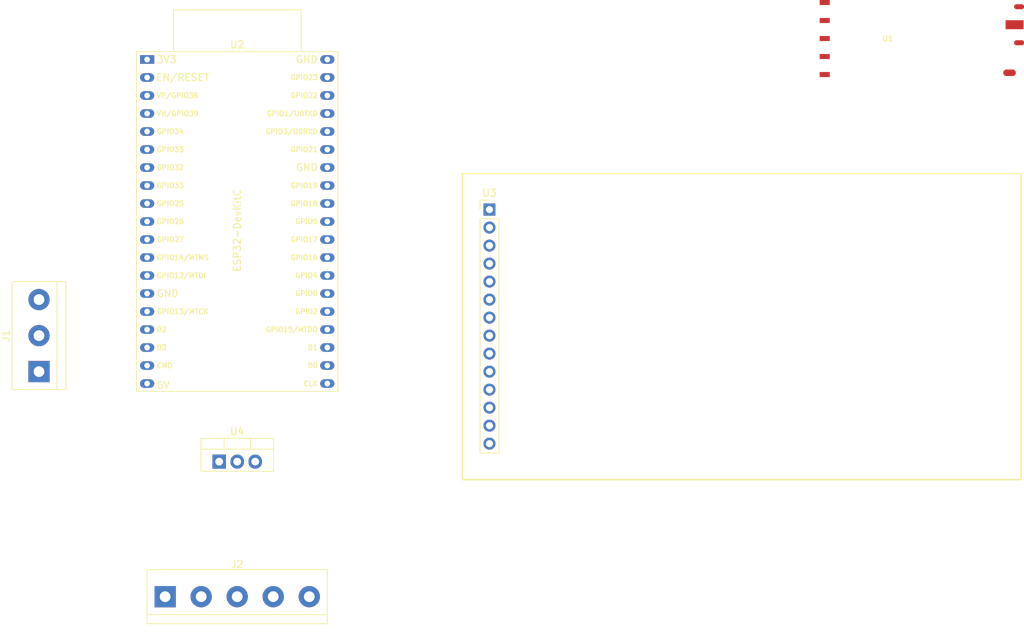
<source format=kicad_pcb>
(kicad_pcb (version 20221018) (generator pcbnew)
  (layers (0 "F.Cu" signal) (31 "B.Cu" signal) (34 "B.Paste" user) (35 "F.Paste" user) (36 "B.SilkS" user "B.Silkscreen") (37 "F.SilkS" user "F.Silkscreen") (38 "B.Mask" user) (39 "F.Mask" user) (44 "Edge.Cuts" user))
  (net 0 "")
  (net 1 "VCC")
  (net 9 "AI1")
  (net 10 "AI2")
  (net 14 "GND")
  (net 15 "Net-(U2-MTMS{slash}GPIO14{slash}ADC2_CH6)")
  (net 23 "Net-(U2-MTCK{slash}GPIO13{slash}ADC2_CH4)")
  (net 24 "SET")
  (net 25 "Net-(U2-GPIO16)")
  (net 26 "Net-(U2-GPIO17)")
  (net 27 "Net-(U2-ADC2_CH0{slash}GPIO4)")
  (net 28 "Net-(U2-GPIO5)")
  (net 29 "Net-(U2-GPIO18)")
  (net 30 "DI1")
  (net 31 "DI2")
  (net 32 "Net-(U2-GPIO19)")
  (net 34 "Net-(U2-GPIO23)")
  (net 37 "U0RXD")
  (net 38 "U0TXD")
  (net 39 "VIN")
  (net 40 "TOUCH1")
  (footprint "TerminalBlock:TerminalBlock_bornier-5_P5.08mm" (layer "F.Cu") (at 96.52 133.35)
    (fp_text reference "J2" (at 10.15 -4.55) (layer "F.SilkS"))
    (fp_text value "Screw_Terminal_01x05")
    (fp_line (start -2.54 -3.81) (end -2.54 3.81) (stroke (width 0.12)) (layer "F.SilkS"))
    (fp_line (start -2.54 -3.81) (end 22.86 -3.81) (stroke (width 0.12)) (layer "F.SilkS"))
    (fp_line (start -2.54 2.54) (end 22.86 2.54) (stroke (width 0.12)) (layer "F.SilkS"))
    (fp_line (start -2.54 3.81) (end 22.86 3.81) (stroke (width 0.12)) (layer "F.SilkS"))
    (fp_line (start 22.86 -3.81) (end 22.86 3.81) (stroke (width 0.12)) (layer "F.SilkS"))
    (pad "1" thru_hole rect (at 0 0) (size 3 3) (drill 1.52) (layers "*.Cu" "*.Mask") (net 1 "VCC"))
    (pad "2" thru_hole circle (at 5.08 0) (size 3 3) (drill 1.52) (layers "*.Cu" "*.Mask") (net 30 "DI1"))
    (pad "3" thru_hole circle (at 10.16 0) (size 3 3) (drill 1.52) (layers "*.Cu" "*.Mask") (net 31 "DI2"))
    (pad "4" thru_hole circle (at 15.24 0) (size 3 3) (drill 1.52) (layers "*.Cu" "*.Mask") (net 9 "AI1"))
    (pad "5" thru_hole circle (at 20.32 0) (size 3 3) (drill 1.52) (layers "*.Cu" "*.Mask") (net 10 "AI2"))
  )
  (footprint "Package_TO_SOT_THT:TO-220-3_Vertical" (layer "F.Cu") (at 104.14 114.3)
    (fp_text reference "U4" (at 2.54 -4.27) (layer "F.SilkS"))
    (fp_text value "LM7805_TO220")
    (fp_line (start -2.58 -3.27) (end -2.58 1.371) (stroke (width 0.12)) (layer "F.SilkS"))
    (fp_line (start -2.58 -3.27) (end 7.66 -3.27) (stroke (width 0.12)) (layer "F.SilkS"))
    (fp_line (start -2.58 -1.76) (end 7.66 -1.76) (stroke (width 0.12)) (layer "F.SilkS"))
    (fp_line (start -2.58 1.371) (end 7.66 1.371) (stroke (width 0.12)) (layer "F.SilkS"))
    (fp_line (start 0.69 -3.27) (end 0.69 -1.76) (stroke (width 0.12)) (layer "F.SilkS"))
    (fp_line (start 4.391 -3.27) (end 4.391 -1.76) (stroke (width 0.12)) (layer "F.SilkS"))
    (fp_line (start 7.66 -3.27) (end 7.66 1.371) (stroke (width 0.12)) (layer "F.SilkS"))
    (pad "1" thru_hole rect (at 0 0) (size 1.905 2) (drill 1.1) (layers "*.Cu" "*.Mask") (net 39 "VIN"))
    (pad "2" thru_hole oval (at 2.54 0) (size 1.905 2) (drill 1.1) (layers "*.Cu" "*.Mask") (net 14 "GND"))
    (pad "3" thru_hole oval (at 5.08 0) (size 1.905 2) (drill 1.1) (layers "*.Cu" "*.Mask") (net 1 "VCC"))
  )
  (footprint "TerminalBlock:TerminalBlock_bornier-3_P5.08mm" (layer "F.Cu") (at 78.74 101.6 90)
    (fp_text reference "J1" (at 5.05 -4.65 90) (layer "F.SilkS"))
    (fp_text value "Screw_Terminal_01x03")
    (fp_line (start -2.54 -3.81) (end 12.7 -3.81) (stroke (width 0.12)) (layer "F.SilkS"))
    (fp_line (start -2.54 2.54) (end 12.7 2.54) (stroke (width 0.12)) (layer "F.SilkS"))
    (fp_line (start -2.54 3.81) (end -2.54 -3.81) (stroke (width 0.12)) (layer "F.SilkS"))
    (fp_line (start -2.54 3.81) (end 12.7 3.81) (stroke (width 0.12)) (layer "F.SilkS"))
    (fp_line (start 12.7 3.81) (end 12.7 -3.81) (stroke (width 0.12)) (layer "F.SilkS"))
    (pad "1" thru_hole rect (at 0 0 90) (size 3 3) (drill 1.52) (layers "*.Cu" "*.Mask") (net 39 "VIN"))
    (pad "2" thru_hole circle (at 5.08 0 90) (size 3 3) (drill 1.52) (layers "*.Cu" "*.Mask") (net 14 "GND"))
    (pad "3" thru_hole circle (at 10.16 0 90) (size 3 3) (drill 1.52) (layers "*.Cu" "*.Mask"))
  )
  (footprint "RF:HC-12" (layer "F.Cu") (at 190.77 59.69)
    (fp_text reference "U1" (at 7.62 -5.08) (layer "F.SilkS") (effects (font (size 0.787402 0.787402))))
    (fp_text value "HC-12")
    (pad "ANT" smd rect (at 25.49 -7.03) (size 2.54 1.27) (layers "F.Cu" "F.Paste" "F.Mask"))
    (pad "GND" smd rect (at -1.27 -7.62) (size 1.4224 0.7112) (layers "F.Cu" "F.Paste" "F.Mask") (net 14 "GND"))
    (pad "GND1" smd oval (at 26.13 -9.57) (size 1.4224 0.7112) (layers "F.Cu" "F.Paste" "F.Mask") (net 14 "GND"))
    (pad "GND2" smd oval (at 26.13 -4.49) (size 1.4224 0.7112) (layers "F.Cu" "F.Paste" "F.Mask") (net 14 "GND"))
    (pad "MCHFIX" smd oval (at 24.78 -0.25) (size 1.778 0.9144) (layers "F.Cu" "F.Paste" "F.Mask") (net 14 "GND"))
    (pad "RXD" smd rect (at -1.27 -5.08) (size 1.4224 0.7112) (layers "F.Cu" "F.Paste" "F.Mask") (net 38 "U0TXD"))
    (pad "SET" smd rect (at -1.27 0) (size 1.4224 0.7112) (layers "F.Cu" "F.Paste" "F.Mask") (net 24 "SET"))
    (pad "TXD" smd rect (at -1.27 -2.54) (size 1.4224 0.7112) (layers "F.Cu" "F.Paste" "F.Mask") (net 37 "U0RXD"))
    (pad "VCC" smd rect (at -1.27 -10.16) (size 1.4224 0.7112) (layers "F.Cu" "F.Paste" "F.Mask") (net 1 "VCC"))
  )
  (footprint "PCM_Espressif:ESP32-DevKitC" (layer "F.Cu") (at 93.98 57.56656)
    (fp_text reference "U2" (at 12.7 -2.1) (layer "F.SilkS"))
    (fp_text value "ESP32-DevKitC" (at 12.7 24.13 90) (layer "F.SilkS"))
    (fp_text user "3V3" (at 1.27 0 unlocked) (layer "F.SilkS") (effects (justify left)))
    (fp_text user "GPIO19" (at 24.13 17.78 unlocked) (layer "F.SilkS") (effects (font (size 0.7 0.7)) (justify right)))
    (fp_text user "GPIO13/MTCK" (at 1.27 35.56 unlocked) (layer "F.SilkS") (effects (font (size 0.7 0.7)) (justify left)))
    (fp_text user "GND" (at 24.13 0 unlocked) (layer "F.SilkS") (effects (justify right)))
    (fp_text user "VP/GPIO36" (at 1.27 5.08 unlocked) (layer "F.SilkS") (effects (font (size 0.7 0.7)) (justify left)))
    (fp_text user "GPIO22" (at 24.13 5.08 unlocked) (layer "F.SilkS") (effects (font (size 0.7 0.7)) (justify right)))
    (fp_text user "CMD" (at 1.27 43.18 unlocked) (layer "F.SilkS") (effects (font (size 0.7 0.7)) (justify left)))
    (fp_text user "CLK" (at 24.13 45.72 unlocked) (layer "F.SilkS") (effects (font (size 0.7 0.7)) (justify right)))
    (fp_text user "GPIO25" (at 1.27 20.32 unlocked) (layer "F.SilkS") (effects (font (size 0.7 0.7)) (justify left)))
    (fp_text user "GPIO16" (at 24.13 27.94 unlocked) (layer "F.SilkS") (effects (font (size 0.7 0.7)) (justify right)))
    (fp_text user "GND" (at 24.13 15.24 unlocked) (layer "F.SilkS") (effects (justify right)))
    (fp_text user "5V" (at 1.26632 45.97128 unlocked) (layer "F.SilkS") (effects (justify left)))
    (fp_text user "D1" (at 24.13 40.64 unlocked) (layer "F.SilkS") (effects (font (size 0.7 0.7)) (justify right)))
    (fp_text user "GPIO0" (at 24.13 33.02 unlocked) (layer "F.SilkS") (effects (font (size 0.7 0.7)) (justify right)))
    (fp_text user "GPIO1/U0TXD" (at 24.13 7.62 unlocked) (layer "F.SilkS") (effects (font (size 0.7 0.7)) (justify right)))
    (fp_text user "GPIO26" (at 1.27 22.86 unlocked) (layer "F.SilkS") (effects (font (size 0.7 0.7)) (justify left)))
    (fp_text user "GPIO32" (at 1.27 15.24 unlocked) (layer "F.SilkS") (effects (font (size 0.7 0.7)) (justify left)))
    (fp_text user "GPIO35" (at 1.27 12.7 unlocked) (layer "F.SilkS") (effects (font (size 0.7 0.7)) (justify left)))
    (fp_text user "GPIO15/MTDO" (at 24.13 38.1 unlocked) (layer "F.SilkS") (effects (font (size 0.7 0.7)) (justify right)))
    (fp_text user "VN/GPIO39" (at 1.27 7.62 unlocked) (layer "F.SilkS") (effects (font (size 0.7 0.7)) (justify left)))
    (fp_text user "GPIO34" (at 1.27 10.16 unlocked) (layer "F.SilkS") (effects (font (size 0.7 0.7)) (justify left)))
    (fp_text user "D0" (at 24.13 43.18 unlocked) (layer "F.SilkS") (effects (font (size 0.7 0.7)) (justify right)))
    (fp_text user "GPIO2" (at 24.13 35.56 unlocked) (layer "F.SilkS") (effects (font (size 0.7 0.7)) (justify right)))
    (fp_text user "GPIO4" (at 24.13 30.48 unlocked) (layer "F.SilkS") (effects (font (size 0.7 0.7)) (justify right)))
    (fp_text user "D3" (at 1.27 40.64 unlocked) (layer "F.SilkS") (effects (font (size 0.7 0.7)) (justify left)))
    (fp_text user "GPIO33" (at 1.27 17.78 unlocked) (layer "F.SilkS") (effects (font (size 0.7 0.7)) (justify left)))
    (fp_text user "GPIO3/U0RXD" (at 24.13 10.16 unlocked) (layer "F.SilkS") (effects (font (size 0.7 0.7)) (justify right)))
    (fp_text user "GPIO14/MTMS" (at 1.27 27.94 unlocked) (layer "F.SilkS") (effects (font (size 0.7 0.7)) (justify left)))
    (fp_text user "GPIO12/MTDI" (at 1.27 30.48 unlocked) (layer "F.SilkS") (effects (font (size 0.7 0.7)) (justify left)))
    (fp_text user "GND" (at 1.27 33.02 unlocked) (layer "F.SilkS") (effects (justify left)))
    (fp_text user "EN/RESET" (at 8.88632 2.53728 unlocked) (layer "F.SilkS") (effects (justify right)))
    (fp_text user "GPIO27" (at 1.27 25.4 unlocked) (layer "F.SilkS") (effects (font (size 0.7 0.7)) (justify left)))
    (fp_text user "D2" (at 1.27 38.1 unlocked) (layer "F.SilkS") (effects (font (size 0.7 0.7)) (justify left)))
    (fp_text user "GPIO21" (at 24.13 12.7 unlocked) (layer "F.SilkS") (effects (font (size 0.7 0.7)) (justify right)))
    (fp_text user "GPIO23" (at 24.13 2.54 unlocked) (layer "F.SilkS") (effects (font (size 0.7 0.7)) (justify right)))
    (fp_text user "GPIO17" (at 24.13 25.4 unlocked) (layer "F.SilkS") (effects (font (size 0.7 0.7)) (justify right)))
    (fp_text user "GPIO5" (at 24.13 22.86 unlocked) (layer "F.SilkS") (effects (font (size 0.7 0.7)) (justify right)))
    (fp_text user "GPIO18" (at 24.13 20.32 unlocked) (layer "F.SilkS") (effects (font (size 0.7 0.7)) (justify right)))
    (fp_line (start -1.5 46.82) (end 26.899999 46.82) (stroke (width 0.12)) (layer "F.SilkS"))
    (fp_line (start -1.499999 -1.1) (end -1.5 46.82) (stroke (width 0.12)) (layer "F.SilkS"))
    (fp_line (start 3.73012 -7.01312) (end 21.71332 -7.01312) (stroke (width 0.12)) (layer "F.SilkS"))
    (fp_line (start 3.73012 -1.12032) (end 3.73012 -7.01312) (stroke (width 0.12)) (layer "F.SilkS"))
    (fp_line (start 21.71332 -7.01312) (end 21.71332 -1.12032) (stroke (width 0.12)) (layer "F.SilkS"))
    (fp_line (start 26.899999 46.82) (end 26.9 -1.1) (stroke (width 0.12)) (layer "F.SilkS"))
    (fp_line (start 26.9 -1.1) (end -1.499999 -1.1) (stroke (width 0.12)) (layer "F.SilkS"))
    (pad "1" thru_hole rect (at 0 0 270) (size 1.2 2) (drill 0.8) (layers "*.Cu" "*.Mask"))
    (pad "2" thru_hole oval (at 0 2.54 270) (size 1.2 2) (drill 0.8) (layers "*.Cu" "*.Mask"))
    (pad "3" thru_hole oval (at 0 5.08 270) (size 1.2 2) (drill 0.8) (layers "*.Cu" "*.Mask"))
    (pad "4" thru_hole oval (at 0 7.62 270) (size 1.2 2) (drill 0.8) (layers "*.Cu" "*.Mask"))
    (pad "5" thru_hole oval (at 0 10.16 270) (size 1.2 2) (drill 0.8) (layers "*.Cu" "*.Mask"))
    (pad "6" thru_hole oval (at 0 12.7 270) (size 1.2 2) (drill 0.8) (layers "*.Cu" "*.Mask"))
    (pad "7" thru_hole oval (at 0 15.24 270) (size 1.2 2) (drill 0.8) (layers "*.Cu" "*.Mask"))
    (pad "8" thru_hole oval (at 0 17.78 270) (size 1.2 2) (drill 0.8) (layers "*.Cu" "*.Mask"))
    (pad "9" thru_hole oval (at 0 20.32 270) (size 1.2 2) (drill 0.8) (layers "*.Cu" "*.Mask") (net 9 "AI1"))
    (pad "10" thru_hole oval (at 0 22.86 270) (size 1.2 2) (drill 0.8) (layers "*.Cu" "*.Mask") (net 10 "AI2"))
    (pad "11" thru_hole oval (at 0 25.4 270) (size 1.2 2) (drill 0.8) (layers "*.Cu" "*.Mask"))
    (pad "12" thru_hole oval (at 0 27.94 270) (size 1.2 2) (drill 0.8) (layers "*.Cu" "*.Mask") (net 15 "Net-(U2-MTMS{slash}GPIO14{slash}ADC2_CH6)"))
    (pad "13" thru_hole oval (at 0 30.48 270) (size 1.2 2) (drill 0.8) (layers "*.Cu" "*.Mask"))
    (pad "14" thru_hole oval (at 0 33.02 270) (size 1.2 2) (drill 0.8) (layers "*.Cu" "*.Mask") (net 14 "GND"))
    (pad "15" thru_hole oval (at 0 35.56 270) (size 1.2 2) (drill 0.8) (layers "*.Cu" "*.Mask") (net 23 "Net-(U2-MTCK{slash}GPIO13{slash}ADC2_CH4)"))
    (pad "16" thru_hole oval (at 0 38.1 270) (size 1.2 2) (drill 0.8) (layers "*.Cu" "*.Mask"))
    (pad "17" thru_hole oval (at 0 40.64 270) (size 1.2 2) (drill 0.8) (layers "*.Cu" "*.Mask"))
    (pad "18" thru_hole oval (at 0 43.18 270) (size 1.2 2) (drill 0.8) (layers "*.Cu" "*.Mask"))
    (pad "19" thru_hole oval (at 0 45.72 270) (size 1.2 2) (drill 0.8) (layers "*.Cu" "*.Mask") (net 1 "VCC"))
    (pad "20" thru_hole oval (at 25.39632 45.71728 270) (size 1.2 2) (drill 0.8) (layers "*.Cu" "*.Mask"))
    (pad "21" thru_hole oval (at 25.39632 43.17728 270) (size 1.2 2) (drill 0.8) (layers "*.Cu" "*.Mask") (net 24 "SET"))
    (pad "22" thru_hole oval (at 25.4 40.64 270) (size 1.2 2) (drill 0.8) (layers "*.Cu" "*.Mask"))
    (pad "23" thru_hole oval (at 25.4 38.1 270) (size 1.2 2) (drill 0.8) (layers "*.Cu" "*.Mask"))
    (pad "24" thru_hole oval (at 25.4 35.56 270) (size 1.2 2) (drill 0.8) (layers "*.Cu" "*.Mask"))
    (pad "25" thru_hole oval (at 25.4 33.02 270) (size 1.2 2) (drill 0.8) (layers "*.Cu" "*.Mask") (net 40 "TOUCH1"))
    (pad "26" thru_hole oval (at 25.4 30.48 270) (size 1.2 2) (drill 0.8) (layers "*.Cu" "*.Mask") (net 27 "Net-(U2-ADC2_CH0{slash}GPIO4)"))
    (pad "27" thru_hole oval (at 25.4 27.94 270) (size 1.2 2) (drill 0.8) (layers "*.Cu" "*.Mask") (net 25 "Net-(U2-GPIO16)"))
    (pad "28" thru_hole oval (at 25.4 25.4 270) (size 1.2 2) (drill 0.8) (layers "*.Cu" "*.Mask") (net 26 "Net-(U2-GPIO17)"))
    (pad "29" thru_hole oval (at 25.4 22.86 270) (size 1.2 2) (drill 0.8) (layers "*.Cu" "*.Mask") (net 28 "Net-(U2-GPIO5)"))
    (pad "30" thru_hole oval (at 25.4 20.32 270) (size 1.2 2) (drill 0.8) (layers "*.Cu" "*.Mask") (net 29 "Net-(U2-GPIO18)"))
    (pad "31" thru_hole oval (at 25.4 17.78 270) (size 1.2 2) (drill 0.8) (layers "*.Cu" "*.Mask") (net 32 "Net-(U2-GPIO19)"))
    (pad "32" thru_hole oval (at 25.4 15.24 270) (size 1.2 2) (drill 0.8) (layers "*.Cu" "*.Mask") (net 14 "GND"))
    (pad "33" thru_hole oval (at 25.4 12.7 270) (size 1.2 2) (drill 0.8) (layers "*.Cu" "*.Mask") (net 30 "DI1"))
    (pad "34" thru_hole oval (at 25.4 10.16 270) (size 1.2 2) (drill 0.8) (layers "*.Cu" "*.Mask") (net 37 "U0RXD"))
    (pad "35" thru_hole oval (at 25.4 7.62 270) (size 1.2 2) (drill 0.8) (layers "*.Cu" "*.Mask") (net 38 "U0TXD"))
    (pad "36" thru_hole oval (at 25.4 5.08 270) (size 1.2 2) (drill 0.8) (layers "*.Cu" "*.Mask") (net 31 "DI2"))
    (pad "37" thru_hole oval (at 25.4 2.54 270) (size 1.2 2) (drill 0.8) (layers "*.Cu" "*.Mask") (net 34 "Net-(U2-GPIO23)"))
    (pad "38" thru_hole oval (at 25.4 0 270) (size 1.2 2) (drill 0.8) (layers "*.Cu" "*.Mask") (net 14 "GND"))
  )
  (footprint "Connector_PinHeader_2.54mm:PinHeader_1x14_P2.54mm_Vertical" (layer "F.Cu") (at 142.24 78.74)
    (fp_text reference "U3" (at 0 -2.33) (layer "F.SilkS"))
    (fp_text value "TFT_320x240")
    (fp_line (start -1.33 -1.33) (end 0 -1.33) (stroke (width 0.12)) (layer "F.SilkS"))
    (fp_line (start -1.33 0) (end -1.33 -1.33) (stroke (width 0.12)) (layer "F.SilkS"))
    (fp_line (start -1.33 1.27) (end -1.33 34.35) (stroke (width 0.12)) (layer "F.SilkS"))
    (fp_line (start -1.33 1.27) (end 1.33 1.27) (stroke (width 0.12)) (layer "F.SilkS"))
    (fp_line (start -1.33 34.35) (end 1.33 34.35) (stroke (width 0.12)) (layer "F.SilkS"))
    (fp_line (start 1.33 1.27) (end 1.33 34.35) (stroke (width 0.12)) (layer "F.SilkS"))
    (pad "1" thru_hole rect (at 0 0) (size 1.7 1.7) (drill 1) (layers "*.Cu" "*.Mask") (net 1 "VCC"))
    (pad "2" thru_hole oval (at 0 2.54) (size 1.7 1.7) (drill 1) (layers "*.Cu" "*.Mask") (net 14 "GND"))
    (pad "3" thru_hole oval (at 0 5.08) (size 1.7 1.7) (drill 1) (layers "*.Cu" "*.Mask") (net 25 "Net-(U2-GPIO16)"))
    (pad "4" thru_hole oval (at 0 7.62) (size 1.7 1.7) (drill 1) (layers "*.Cu" "*.Mask") (net 26 "Net-(U2-GPIO17)"))
    (pad "5" thru_hole oval (at 0 10.16) (size 1.7 1.7) (drill 1) (layers "*.Cu" "*.Mask") (net 27 "Net-(U2-ADC2_CH0{slash}GPIO4)"))
    (pad "6" thru_hole oval (at 0 12.7) (size 1.7 1.7) (drill 1) (layers "*.Cu" "*.Mask") (net 23 "Net-(U2-MTCK{slash}GPIO13{slash}ADC2_CH4)"))
    (pad "7" thru_hole oval (at 0 15.24) (size 1.7 1.7) (drill 1) (layers "*.Cu" "*.Mask") (net 15 "Net-(U2-MTMS{slash}GPIO14{slash}ADC2_CH6)"))
    (pad "8" thru_hole oval (at 0 17.78) (size 1.7 1.7) (drill 1) (layers "*.Cu" "*.Mask") (net 1 "VCC"))
    (pad "9" thru_hole oval (at 0 20.32) (size 1.7 1.7) (drill 1) (layers "*.Cu" "*.Mask"))
    (pad "10" thru_hole oval (at 0 22.86) (size 1.7 1.7) (drill 1) (layers "*.Cu" "*.Mask") (net 29 "Net-(U2-GPIO18)"))
    (pad "11" thru_hole oval (at 0 25.4) (size 1.7 1.7) (drill 1) (layers "*.Cu" "*.Mask") (net 28 "Net-(U2-GPIO5)"))
    (pad "12" thru_hole oval (at 0 27.94) (size 1.7 1.7) (drill 1) (layers "*.Cu" "*.Mask") (net 34 "Net-(U2-GPIO23)"))
    (pad "13" thru_hole oval (at 0 30.48) (size 1.7 1.7) (drill 1) (layers "*.Cu" "*.Mask") (net 32 "Net-(U2-GPIO19)"))
    (pad "14" thru_hole oval (at 0 33.02) (size 1.7 1.7) (drill 1) (layers "*.Cu" "*.Mask") (net 40 "TOUCH1"))
  )
  (gr_rect (start 138.43 73.66) (end 217.17 116.84) (stroke (width 0.2)) (fill none) (layer "F.SilkS"))
)
</source>
